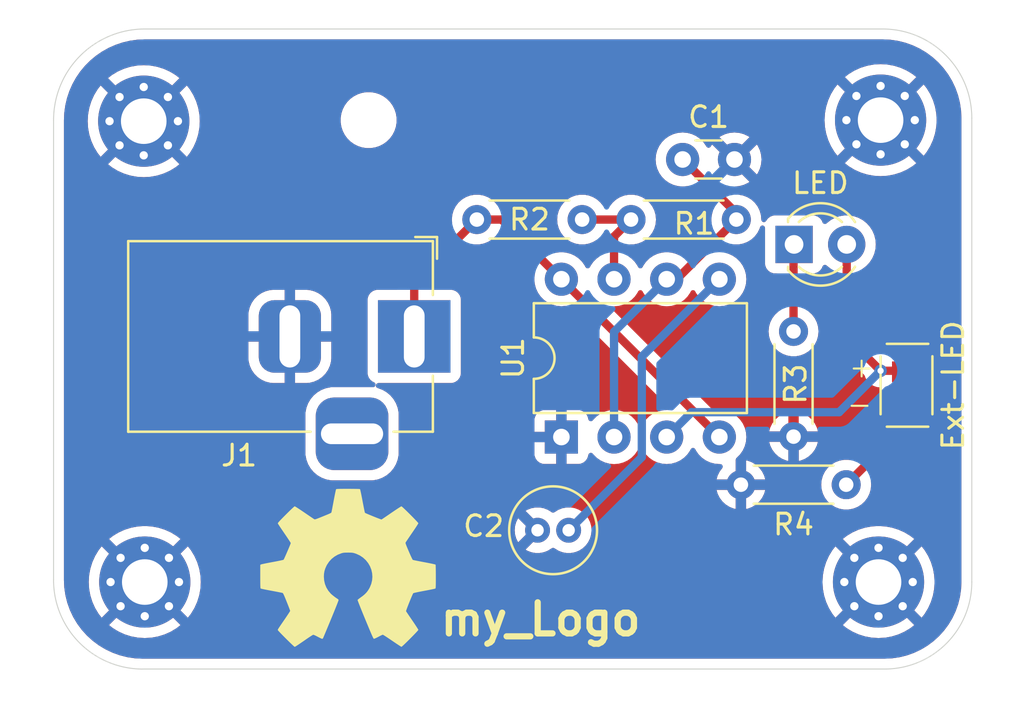
<source format=kicad_pcb>
(kicad_pcb (version 20240108) (generator "pcbnew") (generator_version "8.0")
  (layers (0 "F.Cu" signal) (31 "B.Cu" signal) (34 "B.Paste" user) (35 "F.Paste" user) (36 "B.SilkS" user "B.Silkscreen") (37 "F.SilkS" user "F.Silkscreen") (38 "B.Mask" user) (39 "F.Mask" user) (44 "Edge.Cuts" user))
  (net 0 "")
  (net 1 "TR")
  (net 2 "GND")
  (net 3 "Net-(U1-CV)")
  (net 4 "Net-(D1-K)")
  (net 5 "OUT")
  (net 6 "VDD")
  (net 7 "Net-(JP1-A)")
  (net 8 "Net-(U1-DIS)")
  (footprint "Capacitor_THT:C_Disc_D3.0mm_W1.6mm_P2.50mm" (layer "F.Cu") (at 88.45 69.6)
    (property "Reference" "C1" (at 1.25 -2.05 0) (layer "F.SilkS"))
    (property "Value" "10u")
    (fp_line (start 0.621 -0.92) (end 1.879 -0.92) (stroke (width 0.12)) (layer "F.SilkS"))
    (fp_line (start 0.621 0.92) (end 1.879 0.92) (stroke (width 0.12)) (layer "F.SilkS"))
    (pad "1" thru_hole circle (at 0 0) (size 1.6 1.6) (drill 0.8) (layers "*.Cu" "*.Mask") (net 1 "TR"))
    (pad "2" thru_hole circle (at 2.5 0) (size 1.6 1.6) (drill 0.8) (layers "*.Cu" "*.Mask") (net 2 "GND"))
  )
  (footprint "Capacitor_THT:C_Radial_D4.0mm_H5.0mm_P1.50mm" (layer "F.Cu") (at 81.45 87.5)
    (property "Reference" "C2" (at -2.6 -0.2 0) (layer "F.SilkS"))
    (property "Value" "100n")
    (fp_circle (center 0.75 0) (end 2.87 0) (stroke (width 0.12)) (fill none) (layer "F.SilkS"))
    (pad "1" thru_hole circle (at 0 0) (size 1.2 1.2) (drill 0.6) (layers "*.Cu" "*.Mask") (net 2 "GND"))
    (pad "2" thru_hole circle (at 1.5 0) (size 1.2 1.2) (drill 0.6) (layers "*.Cu" "*.Mask") (net 3 "Net-(U1-CV)"))
  )
  (footprint "Package_DIP:DIP-8_W7.62mm" (layer "F.Cu") (at 82.6 83 90)
    (property "Reference" "U1" (at 3.81 -2.33 90) (layer "F.SilkS"))
    (property "Value" "NA555P")
    (fp_line (start 6.46 -1.33) (end 4.81 -1.33) (stroke (width 0.12)) (layer "F.SilkS"))
    (fp_line (start 2.81 -1.33) (end 1.16 -1.33) (stroke (width 0.12)) (layer "F.SilkS"))
    (fp_line (start 1.16 -1.33) (end 1.16 8.95) (stroke (width 0.12)) (layer "F.SilkS"))
    (fp_line (start 6.46 8.95) (end 6.46 -1.33) (stroke (width 0.12)) (layer "F.SilkS"))
    (fp_line (start 1.16 8.95) (end 6.46 8.95) (stroke (width 0.12)) (layer "F.SilkS"))
    (fp_arc (start 4.81 -1.33) (mid 3.81 -0.33) (end 2.81 -1.33) (stroke (width 0.12)) (layer "F.SilkS"))
    (pad "1" thru_hole rect (at 0 0 90) (size 1.6 1.6) (drill 0.8) (layers "*.Cu" "*.Mask") (net 2 "GND"))
    (pad "2" thru_hole oval (at 0 2.54 90) (size 1.6 1.6) (drill 0.8) (layers "*.Cu" "*.Mask") (net 1 "TR"))
    (pad "3" thru_hole oval (at 0 5.08 90) (size 1.6 1.6) (drill 0.8) (layers "*.Cu" "*.Mask") (net 5 "OUT"))
    (pad "4" thru_hole oval (at 0 7.62 90) (size 1.6 1.6) (drill 0.8) (layers "*.Cu" "*.Mask") (net 6 "VDD"))
    (pad "5" thru_hole oval (at 7.62 7.62 90) (size 1.6 1.6) (drill 0.8) (layers "*.Cu" "*.Mask") (net 3 "Net-(U1-CV)"))
    (pad "6" thru_hole oval (at 7.62 5.08 90) (size 1.6 1.6) (drill 0.8) (layers "*.Cu" "*.Mask") (net 1 "TR"))
    (pad "7" thru_hole oval (at 7.62 2.54 90) (size 1.6 1.6) (drill 0.8) (layers "*.Cu" "*.Mask") (net 8 "Net-(U1-DIS)"))
    (pad "8" thru_hole oval (at 7.62 0 90) (size 1.6 1.6) (drill 0.8) (layers "*.Cu" "*.Mask") (net 6 "VDD"))
  )
  (footprint "Resistor_THT:R_Axial_DIN0204_L3.6mm_D1.6mm_P5.08mm_Horizontal" (layer "F.Cu") (at 78.52 72.5)
    (property "Reference" "R2" (at 2.54 0 0) (layer "F.SilkS"))
    (property "Value" "150")
    (fp_line (start 0.62 -0.92) (end 4.46 -0.92) (stroke (width 0.12)) (layer "F.SilkS"))
    (fp_line (start 0.62 0.92) (end 4.46 0.92) (stroke (width 0.12)) (layer "F.SilkS"))
    (pad "1" thru_hole circle (at 0 0) (size 1.4 1.4) (drill 0.7) (layers "*.Cu" "*.Mask") (net 6 "VDD"))
    (pad "2" thru_hole oval (at 5.08 0) (size 1.4 1.4) (drill 0.7) (layers "*.Cu" "*.Mask") (net 8 "Net-(U1-DIS)"))
  )
  (footprint "LED_THT:LED_D3.0mm" (layer "F.Cu") (at 93.825 73.7)
    (property "Reference" "LED" (at 1.27 -2.96 0) (layer "F.SilkS"))
    (property "Value" "LED")
    (fp_line (start -0.29 -1.236) (end -0.29 -1.08) (stroke (width 0.12)) (layer "F.SilkS"))
    (fp_line (start -0.29 1.08) (end -0.29 1.236) (stroke (width 0.12)) (layer "F.SilkS"))
    (fp_arc (start -0.29 -1.235516) (mid 1.366487 -1.987659) (end 2.942335 -1.078608) (stroke (width 0.12)) (layer "F.SilkS"))
    (fp_arc (start 0.229039 -1.08) (mid 1.270117 -1.5) (end 2.31113 -1.079837) (stroke (width 0.12)) (layer "F.SilkS"))
    (fp_arc (start 2.31113 1.079837) (mid 1.270117 1.5) (end 0.229039 1.08) (stroke (width 0.12)) (layer "F.SilkS"))
    (fp_arc (start 2.942335 1.078608) (mid 1.366487 1.987659) (end -0.29 1.235516) (stroke (width 0.12)) (layer "F.SilkS"))
    (pad "1" thru_hole rect (at 0 0) (size 1.8 1.8) (drill 0.9) (layers "*.Cu" "*.Mask") (net 4 "Net-(D1-K)"))
    (pad "2" thru_hole circle (at 2.54 0) (size 1.8 1.8) (drill 0.9) (layers "*.Cu" "*.Mask") (net 5 "OUT"))
  )
  (footprint "MountingHole:MountingHole_2.2mm_M2" (layer "F.Cu") (at 73.3 67.7)
    (property "Reference" "H5")
    (property "Value" "MountingHole")
    (pad "" np_thru_hole circle (at 0 0) (size 2.2 2.2) (drill 2.2) (layers "*.Cu" "*.Mask"))
  )
  (footprint "MountingHole:MountingHole_2.2mm_M2_Pad_Via" (layer "F.Cu") (at 62.45 67.75)
    (property "Reference" "H1")
    (property "Value" "MountingHole_Pad")
    (pad "1" thru_hole circle (at -1.65 0) (size 0.7 0.7) (drill 0.4) (layers "*.Cu" "*.Mask") (net 2 "GND"))
    (pad "1" thru_hole circle (at -1.166726 -1.166726) (size 0.7 0.7) (drill 0.4) (layers "*.Cu" "*.Mask") (net 2 "GND"))
    (pad "1" thru_hole circle (at -1.166726 1.166726) (size 0.7 0.7) (drill 0.4) (layers "*.Cu" "*.Mask") (net 2 "GND"))
    (pad "1" thru_hole circle (at 0 -1.65) (size 0.7 0.7) (drill 0.4) (layers "*.Cu" "*.Mask") (net 2 "GND"))
    (pad "1" thru_hole circle (at 0 0) (size 4.4 4.4) (drill 2.2) (layers "*.Cu" "*.Mask") (net 2 "GND"))
    (pad "1" thru_hole circle (at 0 1.65) (size 0.7 0.7) (drill 0.4) (layers "*.Cu" "*.Mask") (net 2 "GND"))
    (pad "1" thru_hole circle (at 1.166726 -1.166726) (size 0.7 0.7) (drill 0.4) (layers "*.Cu" "*.Mask") (net 2 "GND"))
    (pad "1" thru_hole circle (at 1.166726 1.166726) (size 0.7 0.7) (drill 0.4) (layers "*.Cu" "*.Mask") (net 2 "GND"))
    (pad "1" thru_hole circle (at 1.65 0) (size 0.7 0.7) (drill 0.4) (layers "*.Cu" "*.Mask") (net 2 "GND"))
  )
  (footprint "Resistor_THT:R_Axial_DIN0204_L3.6mm_D1.6mm_P5.08mm_Horizontal" (layer "F.Cu") (at 96.34 85.3 180)
    (property "Reference" "R4" (at 2.54 -1.92 360) (layer "F.SilkS"))
    (property "Value" "2k")
    (fp_line (start 0.62 0.92) (end 4.46 0.92) (stroke (width 0.12)) (layer "F.SilkS"))
    (fp_line (start 0.62 -0.92) (end 4.46 -0.92) (stroke (width 0.12)) (layer "F.SilkS"))
    (pad "1" thru_hole circle (at 0 0 180) (size 1.4 1.4) (drill 0.7) (layers "*.Cu" "*.Mask") (net 7 "Net-(JP1-A)"))
    (pad "2" thru_hole oval (at 5.08 0 180) (size 1.4 1.4) (drill 0.7) (layers "*.Cu" "*.Mask") (net 2 "GND"))
  )
  (footprint "Jumper:SolderJumper-2_P1.3mm_Open_Pad1.0x1.5mm" (layer "F.Cu") (at 99.3 80.5 90)
    (property "Reference" "Ext-LED" (at 0 2.2 90) (layer "F.SilkS"))
    (property "Value" "External LED")
    (fp_line (start -1.4 -1.3) (end 1.4 -1.3) (stroke (width 0.12)) (layer "F.SilkS"))
    (fp_line (start 2 -1) (end 2 1) (stroke (width 0.12)) (layer "F.SilkS"))
    (fp_line (start -2 1) (end -2 -1) (stroke (width 0.12)) (layer "F.SilkS"))
    (fp_line (start 1.4 1.2) (end -1.4 1.2) (stroke (width 0.12)) (layer "F.SilkS"))
    (pad "1" smd rect (at -0.9 0 90) (size 1.5 1.5) (layers "F.Cu" "F.Mask") (net 7 "Net-(JP1-A)"))
    (pad "2" smd rect (at 0.65 0 90) (size 1 1.5) (layers "F.Cu" "F.Mask") (net 5 "OUT"))
  )
  (footprint "Resistor_THT:R_Axial_DIN0204_L3.6mm_D1.6mm_P5.08mm_Horizontal" (layer "F.Cu") (at 93.8 77.9 -90)
    (property "Reference" "R3" (at 2.54 -0.1 90) (layer "F.SilkS"))
    (property "Value" "2k")
    (fp_line (start 0.62 0.92) (end 4.46 0.92) (stroke (width 0.12)) (layer "F.SilkS"))
    (fp_line (start 0.62 -0.92) (end 4.46 -0.92) (stroke (width 0.12)) (layer "F.SilkS"))
    (pad "1" thru_hole circle (at 0 0 270) (size 1.4 1.4) (drill 0.7) (layers "*.Cu" "*.Mask") (net 4 "Net-(D1-K)"))
    (pad "2" thru_hole oval (at 5.08 0 270) (size 1.4 1.4) (drill 0.7) (layers "*.Cu" "*.Mask") (net 2 "GND"))
  )
  (footprint "Resistor_THT:R_Axial_DIN0204_L3.6mm_D1.6mm_P5.08mm_Horizontal" (layer "F.Cu") (at 85.96 72.5)
    (property "Reference" "R1" (at 3.04 0.2 0) (layer "F.SilkS"))
    (property "Value" "72k")
    (fp_line (start 0.62 -0.92) (end 4.46 -0.92) (stroke (width 0.12)) (layer "F.SilkS"))
    (fp_line (start 0.62 0.92) (end 4.46 0.92) (stroke (width 0.12)) (layer "F.SilkS"))
    (pad "1" thru_hole circle (at 0 0) (size 1.4 1.4) (drill 0.7) (layers "*.Cu" "*.Mask") (net 8 "Net-(U1-DIS)"))
    (pad "2" thru_hole oval (at 5.08 0) (size 1.4 1.4) (drill 0.7) (layers "*.Cu" "*.Mask") (net 1 "TR"))
  )
  (footprint "my_logo:LED Flasher" (layer "F.Cu") (at 72.3 89.4)
    (property "Reference" "my_Logo" (at 9.3 2.4 0) (layer "F.SilkS") (effects (font (size 1.5 1.5) (thickness 0.3))))
    (property "Value" "LOGO" (hide yes))
    (fp_poly (pts (xy 0.129431 -3.899443) (xy 0.2449 -3.898571) (xy 0.348536 -3.897232) (xy 0.437144 -3.89549) (xy 0.507531 -3.893413) (xy 0.556504 -3.891066) (xy 0.58087 -3.888514) (xy 0.582707 -3.887875) (xy 0.589953 -3.871003) (xy 0.601583 -3.827932) (xy 0.617173 -3.760627) (xy 0.636301 -3.671054) (xy 0.658546 -3.561179) (xy 0.683485 -3.432967) (xy 0.705571 -3.315944) (xy 0.728772 -3.19291) (xy 0.750847 -3.078557) (xy 0.771162 -2.97596) (xy 0.789086 -2.888195) (xy 0.803988 -2.818339) (xy 0.815235 -2.769467) (xy 0.822195 -2.744656) (xy 0.823403 -2.742312) (xy 0.840968 -2.732364) (xy 0.880628 -2.713959) (xy 0.938348 -2.688725) (xy 1.010096 -2.658294) (xy 1.091839 -2.624296) (xy 1.179545 -2.588361) (xy 1.269181 -2.55212) (xy 1.356714 -2.517204) (xy 1.438111 -2.485242) (xy 1.509339 -2.457865) (xy 1.566366 -2.436704) (xy 1.605159 -2.423389) (xy 1.621685 -2.419551) (xy 1.621706 -2.419559) (xy 1.636637 -2.428758) (xy 1.672452 -2.452394) (xy 1.726514 -2.488681) (xy 1.796188 -2.535834) (xy 1.878837 -2.592068) (xy 1.971825 -2.655597) (xy 2.072515 -2.724636) (xy 2.096897 -2.741389) (xy 2.199341 -2.811369) (xy 2.295131 -2.875966) (xy 2.38157 -2.933423) (xy 2.45596 -2.981984) (xy 2.515605 -3.019892) (xy 2.557807 -3.045391) (xy 2.579869 -3.056725) (xy 2.581795 -3.057143) (xy 2.597884 -3.047268) (xy 2.631053 -3.019425) (xy 2.678627 -2.976288) (xy 2.737934 -2.920534) (xy 2.806298 -2.854836) (xy 2.881047 -2.78187) (xy 2.959506 -2.704311) (xy 3.039002 -2.624833) (xy 3.11686 -2.546111) (xy 3.190407 -2.47082) (xy 3.256969 -2.401635) (xy 3.313872 -2.341231) (xy 3.358441 -2.292282) (xy 3.388004 -2.257464) (xy 3.399886 -2.239451) (xy 3.4 -2.238644) (xy 3.392135 -2.221435) (xy 3.369741 -2.183547) (xy 3.334615 -2.127749) (xy 3.288555 -2.056809) (xy 3.233361 -1.973493) (xy 3.17083 -1.88057) (xy 3.10276 -1.780807) (xy 3.098394 -1.774452) (xy 3.029511 -1.673998) (xy 2.96541 -1.580035) (xy 2.907986 -1.495377) (xy 2.859136 -1.422839) (xy 2.820753 -1.365237) (xy 2.794735 -1.325386) (xy 2.782976 -1.306101) (xy 2.782814 -1.305764) (xy 2.780609 -1.292487) (xy 2.78378 -1.270441) (xy 2.793305 -1.236941) (xy 2.81016 -1.189302) (xy 2.835323 -1.12484) (xy 2.869772 -1.040868) (xy 2.914484 -0.934703) (xy 2.937991 -0.879494) (xy 2.983741 -0.773755) (xy 3.025905 -0.679106) (xy 3.063079 -0.598514) (xy 3.093857 -0.53495) (xy 3.116835 -0.49138) (xy 3.130607 -0.470775) (xy 3.131919 -0.469775) (xy 3.151183 -0.464205) (xy 3.195299 -0.454156) (xy 3.261014 -0.440285) (xy 3.345074 -0.423252) (xy 3.444227 -0.403713) (xy 3.555219 -0.382328) (xy 3.674797 -0.359753) (xy 3.687879 -0.357311) (xy 3.824933 -0.331325) (xy 3.945594 -0.307589) (xy 4.047781 -0.286551) (xy 4.129411 -0.268663) (xy 4.188405 -0.254376) (xy 4.222681 -0.244139) (xy 4.23074 -0.239837) (xy 4.233329 -0.221889) (xy 4.23573 -0.178563) (xy 4.237877 -0.113053) (xy 4.239704 -0.028551) (xy 4.241145 0.071749) (xy 4.242136 0.184654) (xy 4.242609 0.306971) (xy 4.242638 0.337536) (xy 4.242546 0.482418) (xy 4.242088 0.60124) (xy 4.241177 0.696513) (xy 4.239727 0.770745) (xy 4.23765 0.826448) (xy 4.234859 0.86613) (xy 4.231268 0.892304) (xy 4.22679 0.907477) (xy 4.222709 0.913222) (xy 4.204431 0.919571) (xy 4.161313 0.930258) (xy 4.09664 0.944595) (xy 4.0137 0.961897) (xy 3.915778 0.981478) (xy 3.806161 1.002652) (xy 3.690567 1.024285) (xy 3.560773 1.048644) (xy 3.444316 1.071376) (xy 3.343821 1.091918) (xy 3.261915 1.109707) (xy 3.201222 1.124179) (xy 3.164369 1.134772) (xy 3.154461 1.139294) (xy 3.14315 1.15744) (xy 3.123493 1.197939) (xy 3.097059 1.256886) (xy 3.065419 1.330378) (xy 3.030144 1.414511) (xy 2.992802 1.505381) (xy 2.954964 1.599085) (xy 2.918201 1.69172) (xy 2.884083 1.77938) (xy 2.854179 1.858164) (xy 2.83006 1.924167) (xy 2.813296 1.973485) (xy 2.805457 2.002215) (xy 2.805276 2.00743) (xy 2.814683 2.022943) (xy 2.838437 2.05923) (xy 2.874681 2.113536) (xy 2.921559 2.183106) (xy 2.977213 2.265181) (xy 3.039786 2.357007) (xy 3.106051 2.45383) (xy 3.173474 2.55286) (xy 3.235452 2.645282) (xy 3.290165 2.728275) (xy 3.335796 2.79902) (xy 3.370523 2.854697) (xy 3.392529 2.892487) (xy 3.4 2.909416) (xy 3.39015 2.92536) (xy 3.36238 2.958429) (xy 3.319358 3.005947) (xy 3.263752 3.065236) (xy 3.19823 3.133617) (xy 3.125461 3.208414) (xy 3.048112 3.286948) (xy 2.968851 3.366542) (xy 2.890347 3.444518) (xy 2.815268 3.518198) (xy 2.746282 3.584905) (xy 2.686057 3.64196) (xy 2.637261 3.686687) (xy 2.602563 3.716406) (xy 2.58463 3.728442) (xy 2.583782 3.728571) (xy 2.567259 3.720723) (xy 2.530062 3.698392) (xy 2.474979 3.6634) (xy 2.4048 3.617566) (xy 2.322314 3.562713) (xy 2.230309 3.50066) (xy 2.135193 3.435714) (xy 2.036535 3.368413) (xy 1.944583 3.306562) (xy 1.862146 3.251983) (xy 1.792034 3.206502) (xy 1.737055 3.17194) (xy 1.70002 3.150121) (xy 1.68395 3.142857) (xy 1.663066 3.149383) (xy 1.622314 3.167339) (xy 1.566808 3.194293) (xy 1.501664 3.227814) (xy 1.471738 3.243762) (xy 1.399888 3.281066) (xy 1.337216 3.310953) (xy 1.288448 3.331333) (xy 1.258314 3.340114) (xy 1.253722 3.34019) (xy 1.246444 3.336269) (xy 1.236993 3.325231) (xy 1.224598 3.305346) (xy 1.208487 3.274879) (xy 1.187891 3.232097) (xy 1.162038 3.175268) (xy 1.130158 3.102658) (xy 1.091479 3.012534) (xy 1.04523 2.903163) (xy 0.990641 2.772812) (xy 0.926942 2.619748) (xy 0.85336 2.442237) (xy 0.840441 2.411022) (xy 0.776877 2.256828) (xy 0.716849 2.110074) (xy 0.661216 1.972933) (xy 0.610837 1.847577) (xy 0.566572 1.736181) (xy 0.52928 1.640917) (xy 0.499822 1.563959) (xy 0.479055 1.50748) (xy 0.467841 1.473654) (xy 0.466144 1.464593) (xy 0.480734 1.447968) (xy 0.513845 1.419649) (xy 0.560276 1.383866) (xy 0.605099 1.3516) (xy 0.723644 1.26426) (xy 0.820453 1.181752) (xy 0.900459 1.098657) (xy 0.968596 1.009553) (xy 1.029794 0.909019) (xy 1.059796 0.85185) (xy 1.126987 0.687538) (xy 1.167256 0.517881) (xy 1.181045 0.345763) (xy 1.168794 0.174068) (xy 1.130943 0.005679) (xy 1.067931 -0.156519) (xy 0.980199 -0.309643) (xy 0.868188 -0.450809) (xy 0.859574 -0.460035) (xy 0.725584 -0.582583) (xy 0.575951 -0.682166) (xy 0.408757 -0.759969) (xy 0.328067 -0.787943) (xy 0.281028 -0.801534) (xy 0.236686 -0.810933) (xy 0.188004 -0.816876) (xy 0.127946 -0.820096) (xy 0.049476 -0.821328) (xy 0.007142 -0.821429) (xy -0.08179 -0.820837) (xy -0.149223 -0.818572) (xy -0.202213 -0.813898) (xy -0.247815 -0.806081) (xy -0.293087 -0.794385) (xy -0.314286 -0.787957) (xy -0.488622 -0.719332) (xy -0.646903 -0.627981) (xy -0.787487 -0.515288) (xy -0.908732 -0.382639) (xy -1.008996 -0.231419) (xy -1.036758 -0.178572) (xy -1.09461 -0.046802) (xy -1.132637 0.07797) (xy -1.153375 0.206534) (xy -1.159372 0.342857) (xy -1.145708 0.525841) (xy -1.105196 0.700408) (xy -1.03856 0.864765) (xy -0.946523 1.017119) (xy -0.832521 1.15291) (xy -0.781382 1.200706) (xy -0.714953 1.256444) (xy -0.641877 1.31342) (xy -0.570799 1.364927) (xy -0.510364 1.404257) (xy -0.502984 1.408559) (xy -0.470102 1.433592) (xy -0.450304 1.460247) (xy -0.44903 1.464141) (xy -0.453115 1.482908) (xy -0.467826 1.526527) (xy -0.492597 1.593564) (xy -0.526863 1.682582) (xy -0.570058 1.792146) (xy -0.621616 1.92082) (xy -0.680973 2.067169) (xy -0.747563 2.229756) (xy -0.813475 2.389424) (xy -0.876547 2.541566) (xy -0.936687 2.686407) (xy -0.992961 2.821708) (xy -1.044435 2.945234) (xy -1.090173 3.054748) (xy -1.129241 3.148014) (xy -1.160704 3.222795) (xy -1.183628 3.276855) (xy -1.197077 3.307956) (xy -1.200075 3.314424) (xy -1.223227 3.337223) (xy -1.242376 3.342857) (xy -1.264066 3.336317) (xy -1.305554 3.318322) (xy -1.361671 3.291303) (xy -1.427248 3.257696) (xy -1.457698 3.241486) (xy -1.541524 3.197953) (xy -1.60766 3.167012) (xy -1.653893 3.149626) (xy -1.67654 3.146337) (xy -1.696625 3.155988) (xy -1.736395 3.179696) (xy -1.792157 3.21509) (xy -1.86022 3.259799) (xy -1.936892 3.31145) (xy -1.985715 3.344941) (xy -2.117653 3.435946) (xy -2.228114 3.511854) (xy -2.319033 3.573937) (xy -2.392348 3.62347) (xy -2.449997 3.661725) (xy -2.493916 3.689977) (xy -2.526043 3.709499) (xy -2.548316 3.721565) (xy -2.56267 3.727448) (xy -2.569213 3.728571) (xy -2.584024 3.718783) (xy -2.616604 3.690883) (xy -2.664623 3.647067) (xy -2.725756 3.589532) (xy -2.797671 3.520474) (xy -2.878043 3.442089) (xy -2.964541 3.356573) (xy -2.981634 3.339543) (xy -3.068796 3.252165) (xy -3.149576 3.170366) (xy -3.221718 3.096492) (xy -3.282967 3.032887) (xy -3.331066 2.981898) (xy -3.36376 2.945872) (xy -3.378794 2.927154) (xy -3.379453 2.925796) (xy -3.381983 2.917424) (xy -3.382867 2.908867) (xy -3.380666 2.897808) (xy -3.373942 2.881925) (xy -3.361257 2.8589) (xy -3.341171 2.826413) (xy -3.312246 2.782145) (xy -3.273044 2.723776) (xy -3.222126 2.648987) (xy -3.158054 2.555459) (xy -3.079388 2.440871) (xy -3.072228 2.430444) (xy -3.005733 2.333029) (xy -2.944698 2.242516) (xy -2.890963 2.161716) (xy -2.846367 2.093444) (xy -2.812751 2.040511) (xy -2.791953 2.00573) (xy -2.785715 1.992321) (xy -2.790858 1.974327) (xy -2.805428 1.933228) (xy -2.828137 1.872403) (xy -2.857698 1.795233) (xy -2.892823 1.705099) (xy -2.932225 1.605382) (xy -2.951928 1.555982) (xy -3.001807 1.432267) (xy -3.042729 1.333102) (xy -3.075714 1.256263) (xy -3.101782 1.199527) (xy -3.121953 1.160671) (xy -3.137248 1.137472) (xy -3.148357 1.127838) (xy -3.169051 1.122387) (xy -3.214465 1.112512) (xy -3.281208 1.098882) (xy -3.365884 1.082169) (xy -3.465103 1.063043) (xy -3.57547 1.042174) (xy -3.684137 1.021975) (xy -3.801235 1.000046) (xy -3.909816 0.979062) (xy -4.006578 0.959711) (xy -4.088217 0.942682) (xy -4.151432 0.928661) (xy -4.192918 0.918337) (xy -4.209137 0.912631) (xy -4.214191 0.903713) (xy -4.218331 0.884536) (xy -4.221638 0.852676) (xy -4.224192 0.805706) (xy -4.226077 0.741202) (xy -4.227373 0.656739) (xy -4.228161 0.549891) (xy -4.228524 0.418233) (xy -4.228572 0.334294) (xy -4.228572 -0.227913) (xy -4.196429 -0.247744) (xy -4.175373 -0.25478) (xy -4.129537 -0.266108) (xy -4.062273 -0.281028) (xy -3.976934 -0.298841) (xy -3.876873 -0.318849) (xy -3.765441 -0.34035) (xy -3.64599 -0.362647) (xy -3.642858 -0.363222) (xy -3.523971 -0.385404) (xy -3.413644 -0.406709) (xy -3.315115 -0.426456) (xy -3.231619 -0.443965) (xy -3.166394 -0.458557) (xy -3.122676 -0.469553) (xy -3.103702 -0.476273) (xy -3.103473 -0.476473) (xy -3.093109 -0.494091) (xy -3.073617 -0.534009) (xy -3.046745 -0.592159) (xy -3.014246 -0.664474) (xy -2.977867 -0.74689) (xy -2.93936 -0.835338) (xy -2.900474 -0.925753) (xy -2.86296 -1.014068) (xy -2.828567 -1.096217) (xy -2.799045 -1.168133) (xy -2.776145 -1.225751) (xy -2.761616 -1.265002) (xy -2.757143 -1.281231) (xy -2.764996 -1.297596) (xy -2.787371 -1.334723) (xy -2.822498 -1.389907) (xy -2.868605 -1.460441) (xy -2.92392 -1.543619) (xy -2.986671 -1.636736) (xy -3.055087 -1.737084) (xy -3.065966 -1.752938) (xy -3.135411 -1.854505) (xy -3.199789 -1.94952) (xy -3.257274 -2.035225) (xy -3.306041 -2.108862) (xy -3.344267 -2.167672) (xy -3.370126 -2.208898) (xy -3.381793 -2.22978) (xy -3.38219 -2.230921) (xy -3.38005 -2.242464) (xy -3.368351 -2.261901) (xy -3.345565 -2.290902) (xy -3.310165 -2.331134) (xy -3.260627 -2.384269) (xy -3.195422 -2.451975) (xy -3.113026 -2.535922) (xy -3.011911 -2.637779) (xy -2.991565 -2.658184) (xy -2.890275 -2.75903) (xy -2.799897 -2.847642) (xy -2.721968 -2.922577) (xy -2.658025 -2.982392) (xy -2.609607 -3.025642) (xy -2.578251 -3.050884) (xy -2.566577 -3.057143) (xy -2.549044 -3.04929) (xy -2.510808 -3.026919) (xy -2.45463 -2.991815) (xy -2.383271 -2.945762) (xy -2.299493 -2.890545) (xy -2.206056 -2.827947) (xy -2.105721 -2.759754) (xy -2.094808 -2.75228) (xy -1.993531 -2.682991) (xy -1.8987 -2.618351) (xy -1.813123 -2.560256) (xy -1.739609 -2.510602) (xy -1.680966 -2.471285) (xy -1.640002 -2.444204) (xy -1.619527 -2.431252) (xy -1.618808 -2.430857) (xy -1.606285 -2.427049) (xy -1.587909 -2.427602) (xy -1.560576 -2.433546) (xy -1.52118 -2.44591) (xy -1.466616 -2.465727) (xy -1.393777 -2.494027) (xy -1.299559 -2.53184) (xy -1.233094 -2.558862) (xy -1.115394 -2.606914) (xy -1.021406 -2.645548) (xy -0.948368 -2.676091) (xy -0.89352 -2.69987) (xy -0.854101 -2.718215) (xy -0.827348 -2.732452) (xy -0.810501 -2.743909) (xy -0.800798 -2.753915) (xy -0.795478 -2.763797) (xy -0.79318 -2.770414) (xy -0.788639 -2.790393) (xy -0.779546 -2.835192) (xy -0.766535 -2.901533) (xy -0.750234 -2.986139) (xy -0.731276 -3.085731) (xy -0.710292 -3.197033) (xy -0.687911 -3.316766) (xy -0.685615 -3.32911) (xy -0.662958 -3.449153) (xy -0.641259 -3.560745) (xy -0.621192 -3.660668) (xy -0.603431 -3.745703) (xy -0.58865 -3.812632) (xy -0.577523 -3.858234) (xy -0.570723 -3.879291) (xy -0.57027 -3.879969) (xy -0.56175 -3.88516) (xy -0.543974 -3.889402) (xy -0.514444 -3.892782) (xy -0.470661 -3.895384) (xy -0.410125 -3.897296) (xy -0.330337 -3.898603) (xy -0.228798 -3.899391) (xy -0.103009 -3.899746) (xy 0.00532 -3.899782)) (fill solid) (layer "F.SilkS"))
  )
  (footprint "MountingHole:MountingHole_2.2mm_M2_Pad_Via" (layer "F.Cu") (at 98 67.7)
    (property "Reference" "H3")
    (property "Value" "MountingHole_Pad")
    (pad "1" thru_hole circle (at -1.65 0) (size 0.7 0.7) (drill 0.4) (layers "*.Cu" "*.Mask") (net 2 "GND"))
    (pad "1" thru_hole circle (at -1.166726 -1.166726) (size 0.7 0.7) (drill 0.4) (layers "*.Cu" "*.Mask") (net 2 "GND"))
    (pad "1" thru_hole circle (at -1.166726 1.166726) (size 0.7 0.7) (drill 0.4) (layers "*.Cu" "*.Mask") (net 2 "GND"))
    (pad "1" thru_hole circle (at 0 -1.65) (size 0.7 0.7) (drill 0.4) (layers "*.Cu" "*.Mask") (net 2 "GND"))
    (pad "1" thru_hole circle (at 0 0) (size 4.4 4.4) (drill 2.2) (layers "*.Cu" "*.Mask") (net 2 "GND"))
    (pad "1" thru_hole circle (at 0 1.65) (size 0.7 0.7) (drill 0.4) (layers "*.Cu" "*.Mask") (net 2 "GND"))
    (pad "1" thru_hole circle (at 1.166726 -1.166726) (size 0.7 0.7) (drill 0.4) (layers "*.Cu" "*.Mask") (net 2 "GND"))
    (pad "1" thru_hole circle (at 1.166726 1.166726) (size 0.7 0.7) (drill 0.4) (layers "*.Cu" "*.Mask") (net 2 "GND"))
    (pad "1" thru_hole circle (at 1.65 0) (size 0.7 0.7) (drill 0.4) (layers "*.Cu" "*.Mask") (net 2 "GND"))
  )
  (footprint "MountingHole:MountingHole_2.2mm_M2_Pad_Via" (layer "F.Cu") (at 62.5 90)
    (property "Reference" "H2")
    (property "Value" "MountingHole_Pad")
    (pad "1" thru_hole circle (at -1.65 0) (size 0.7 0.7) (drill 0.4) (layers "*.Cu" "*.Mask") (net 2 "GND"))
    (pad "1" thru_hole circle (at -1.166726 -1.166726) (size 0.7 0.7) (drill 0.4) (layers "*.Cu" "*.Mask") (net 2 "GND"))
    (pad "1" thru_hole circle (at -1.166726 1.166726) (size 0.7 0.7) (drill 0.4) (layers "*.Cu" "*.Mask") (net 2 "GND"))
    (pad "1" thru_hole circle (at 0 -1.65) (size 0.7 0.7) (drill 0.4) (layers "*.Cu" "*.Mask") (net 2 "GND"))
    (pad "1" thru_hole circle (at 0 0) (size 4.4 4.4) (drill 2.2) (layers "*.Cu" "*.Mask") (net 2 "GND"))
    (pad "1" thru_hole circle (at 0 1.65) (size 0.7 0.7) (drill 0.4) (layers "*.Cu" "*.Mask") (net 2 "GND"))
    (pad "1" thru_hole circle (at 1.166726 -1.166726) (size 0.7 0.7) (drill 0.4) (layers "*.Cu" "*.Mask") (net 2 "GND"))
    (pad "1" thru_hole circle (at 1.166726 1.166726) (size 0.7 0.7) (drill 0.4) (layers "*.Cu" "*.Mask") (net 2 "GND"))
    (pad "1" thru_hole circle (at 1.65 0) (size 0.7 0.7) (drill 0.4) (layers "*.Cu" "*.Mask") (net 2 "GND"))
  )
  (footprint "Connector_BarrelJack:BarrelJack_Horizontal" (layer "F.Cu") (at 75.5 78.1425)
    (property "Reference" "J1" (at -8.45 5.75 0) (layer "F.SilkS"))
    (property "Value" "Barrel_Jack")
    (fp_line (start -13.8 -4.6) (end 0.9 -4.6) (stroke (width 0.12)) (layer "F.SilkS"))
    (fp_line (start -13.8 4.6) (end -13.8 -4.6) (stroke (width 0.12)) (layer "F.SilkS"))
    (fp_line (start -5 4.6) (end -13.8 4.6) (stroke (width 0.12)) (layer "F.SilkS"))
    (fp_line (start 0.05 -4.8) (end 1.1 -4.8) (stroke (width 0.12)) (layer "F.SilkS"))
    (fp_line (start 0.9 -4.6) (end 0.9 -2) (stroke (width 0.12)) (layer "F.SilkS"))
    (fp_line (start 0.9 1.9) (end 0.9 4.6) (stroke (width 0.12)) (layer "F.SilkS"))
    (fp_line (start 0.9 4.6) (end -1 4.6) (stroke (width 0.12)) (layer "F.SilkS"))
    (fp_line (start 1.1 -3.75) (end 1.1 -4.8) (stroke (width 0.12)) (layer "F.SilkS"))
    (pad "1" thru_hole rect (at 0 0) (size 3.5 3.5) (drill oval 1 3) (layers "*.Cu" "*.Mask") (net 6 "VDD"))
    (pad "2" thru_hole roundrect (at -6 0) (size 3 3.5) (drill oval 1 3) (layers "*.Cu" "*.Mask") (net 2 "GND"))
    (pad "3" thru_hole roundrect (at -3 4.7) (size 3.5 3.5) (drill oval 3 1) (layers "*.Cu" "*.Mask"))
  )
  (footprint "MountingHole:MountingHole_2.2mm_M2_Pad_Via" (layer "F.Cu") (at 97.9 90)
    (property "Reference" "H4")
    (property "Value" "MountingHole_Pad")
    (pad "1" thru_hole circle (at -1.65 0) (size 0.7 0.7) (drill 0.4) (layers "*.Cu" "*.Mask") (net 2 "GND"))
    (pad "1" thru_hole circle (at -1.166726 -1.166726) (size 0.7 0.7) (drill 0.4) (layers "*.Cu" "*.Mask") (net 2 "GND"))
    (pad "1" thru_hole circle (at -1.166726 1.166726) (size 0.7 0.7) (drill 0.4) (layers "*.Cu" "*.Mask") (net 2 "GND"))
    (pad "1" thru_hole circle (at 0 -1.65) (size 0.7 0.7) (drill 0.4) (layers "*.Cu" "*.Mask") (net 2 "GND"))
    (pad "1" thru_hole circle (at 0 0) (size 4.4 4.4) (drill 2.2) (layers "*.Cu" "*.Mask") (net 2 "GND"))
    (pad "1" thru_hole circle (at 0 1.65) (size 0.7 0.7) (drill 0.4) (layers "*.Cu" "*.Mask") (net 2 "GND"))
    (pad "1" thru_hole circle (at 1.166726 -1.166726) (size 0.7 0.7) (drill 0.4) (layers "*.Cu" "*.Mask") (net 2 "GND"))
    (pad "1" thru_hole circle (at 1.166726 1.166726) (size 0.7 0.7) (drill 0.4) (layers "*.Cu" "*.Mask") (net 2 "GND"))
    (pad "1" thru_hole circle (at 1.65 0) (size 0.7 0.7) (drill 0.4) (layers "*.Cu" "*.Mask") (net 2 "GND"))
  )
  (gr_line (start 62.5 63.3) (end 98.1 63.3) (stroke (width 0.05)) (layer "Edge.Cuts"))
  (gr_arc (start 98.1 63.3) (mid 101.140559 64.559441) (end 102.4 67.6) (stroke (width 0.05)) (layer "Edge.Cuts"))
  (gr_line (start 102.4 67.6) (end 102.4 90) (stroke (width 0.05)) (layer "Edge.Cuts"))
  (gr_arc (start 58.1 67.7) (mid 59.38873 64.58873) (end 62.5 63.3) (stroke (width 0.05)) (layer "Edge.Cuts"))
  (gr_line (start 98.2 94.2) (end 62.4 94.2) (stroke (width 0.05)) (layer "Edge.Cuts"))
  (gr_arc (start 62.4 94.201162) (mid 59.358619 92.941381) (end 58.098838 89.9) (stroke (width 0.05)) (layer "Edge.Cuts"))
  (gr_line (start 58.1 89.9) (end 58.1 67.7) (stroke (width 0.05)) (layer "Edge.Cuts"))
  (gr_arc (start 102.4 90) (mid 101.169848 92.969848) (end 98.2 94.2) (stroke (width 0.05)) (layer "Edge.Cuts"))
  (gr_text "+\n" (at 96.4 80.2 0) (layer "F.SilkS") (effects (font (size 1 1) (thickness 0.1)) (justify left bottom)))
  (gr_text "-" (at 96.3 82 0) (layer "F.SilkS") (effects (font (size 1 1) (thickness 0.1)) (justify left bottom)))
  (segment (start 91.04 72.19) (end 88.45 69.6) (width 0.4) (layer "F.Cu") (net 1))
  (segment (start 91.04 72.5) (end 91.04 72.19) (width 0.4) (layer "F.Cu") (net 1))
  (segment (start 88.16 75.38) (end 87.68 75.38) (width 0.4) (layer "F.Cu") (net 1))
  (segment (start 91.04 72.5) (end 88.16 75.38) (width 0.4) (layer "F.Cu") (net 1))
  (segment (start 85.14 77.92) (end 87.68 75.38) (width 0.4) (layer "B.Cu") (net 1))
  (segment (start 85.14 83) (end 85.14 77.92) (width 0.4) (layer "B.Cu") (net 1))
  (segment (start 86.48 83.97) (end 86.48 79.12) (width 0.4) (layer "B.Cu") (net 3))
  (segment (start 82.95 87.5) (end 86.48 83.97) (width 0.4) (layer "B.Cu") (net 3))
  (segment (start 86.48 79.12) (end 90.22 75.38) (width 0.4) (layer "B.Cu") (net 3))
  (segment (start 93.8 73.725) (end 93.825 73.7) (width 0.4) (layer "F.Cu") (net 4))
  (segment (start 93.8 77.9) (end 93.8 73.725) (width 0.4) (layer "F.Cu") (net 4))
  (segment (start 96.365 78.165) (end 98 79.8) (width 0.4) (layer "F.Cu") (net 5))
  (segment (start 96.365 73.7) (end 96.365 78.165) (width 0.4) (layer "F.Cu") (net 5))
  (segment (start 99.25 79.8) (end 99.3 79.85) (width 0.4) (layer "F.Cu") (net 5))
  (segment (start 98 79.8) (end 99.25 79.8) (width 0.4) (layer "F.Cu") (net 5))
  (via (at 98 79.8) (size 0.6) (drill 0.3) (layers "F.Cu" "B.Cu") (net 5))
  (segment (start 96 81.8) (end 98 79.8) (width 0.4) (layer "B.Cu") (net 5))
  (segment (start 88.88 81.8) (end 96 81.8) (width 0.4) (layer "B.Cu") (net 5))
  (segment (start 87.68 83) (end 88.88 81.8) (width 0.4) (layer "B.Cu") (net 5))
  (segment (start 75.5 75.52) (end 78.52 72.5) (width 0.4) (layer "F.Cu") (net 6))
  (segment (start 78.52 72.5) (end 79.72 72.5) (width 0.4) (layer "F.Cu") (net 6))
  (segment (start 75.5 78.1425) (end 75.5 75.52) (width 0.4) (layer "F.Cu") (net 6))
  (segment (start 79.72 72.5) (end 82.6 75.38) (width 0.4) (layer "F.Cu") (net 6))
  (segment (start 90.22 83) (end 82.6 75.38) (width 0.4) (layer "F.Cu") (net 6))
  (segment (start 99.3 82.34) (end 99.3 81.4) (width 0.4) (layer "F.Cu") (net 7))
  (segment (start 96.34 85.3) (end 99.3 82.34) (width 0.4) (layer "F.Cu") (net 7))
  (segment (start 83.6 72.5) (end 85.96 72.5) (width 0.4) (layer "F.Cu") (net 8))
  (segment (start 85.14 73.32) (end 85.96 72.5) (width 0.4) (layer "F.Cu") (net 8))
  (segment (start 85.14 75.38) (end 85.14 73.32) (width 0.4) (layer "F.Cu") (net 8))
  (zone (net 2) (net_name "GND") (layer "F.Cu") (connect_pads (clearance 0.5)) (min_thickness 0.25) (fill yes (thermal_gap 0.5) (thermal_bridge_width 0.5))
    (polygon (pts (xy 57.1 96.2) (xy 57.7 96.8) (xy 103.9 96.8) (xy 104 96.7) (xy 104 61.9) (xy 57.1 61.9)))
  )
  (zone (net 2) (net_name "GND") (layer "B.Cu") (connect_pads (clearance 0.5)) (min_thickness 0.25) (fill yes (thermal_gap 0.5) (thermal_bridge_width 0.5))
    (polygon (pts (xy 57.1 96.2) (xy 57.7 96.8) (xy 103.9 96.8) (xy 104 96.7) (xy 104 61.9) (xy 57.1 61.9)))
  )
)
</source>
